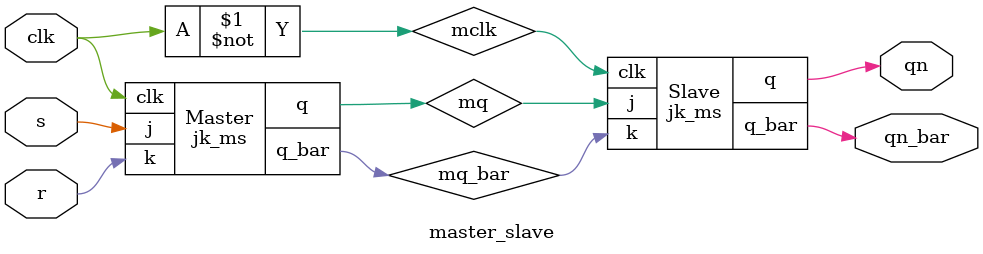
<source format=v>
module jk_ms(j,k,clk,q,q_bar);
input j,k,clk;
output  q,q_bar;
reg q;
assign q_bar= ~q;
always @(posedge clk)
begin

case({j,k})
2'b00: q<=q;
2'b01: q<=0;
2'b10: q<=1;
2'b11: q<=~q;
endcase
end
endmodule

module master_slave(s,r,clk,qn,qn_bar,);
input s,r,clk;
output qn,qn_bar;
wire mq;
wire mq_bar;
wire mclk;
assign mclk= ~clk;


jk_ms Master(s,r,clk,mq,mq_bar);
jk_ms Slave(mq,mq_bar,mclk,qn,qn_bar);

endmodule

</source>
